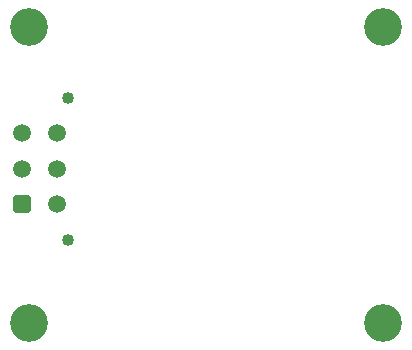
<source format=gbr>
%TF.GenerationSoftware,KiCad,Pcbnew,8.0.4*%
%TF.CreationDate,2024-11-03T19:16:22-06:00*%
%TF.ProjectId,M1 Schematic,4d312053-6368-4656-9d61-7469632e6b69,rev?*%
%TF.SameCoordinates,Original*%
%TF.FileFunction,Soldermask,Bot*%
%TF.FilePolarity,Negative*%
%FSLAX46Y46*%
G04 Gerber Fmt 4.6, Leading zero omitted, Abs format (unit mm)*
G04 Created by KiCad (PCBNEW 8.0.4) date 2024-11-03 19:16:22*
%MOMM*%
%LPD*%
G01*
G04 APERTURE LIST*
G04 Aperture macros list*
%AMRoundRect*
0 Rectangle with rounded corners*
0 $1 Rounding radius*
0 $2 $3 $4 $5 $6 $7 $8 $9 X,Y pos of 4 corners*
0 Add a 4 corners polygon primitive as box body*
4,1,4,$2,$3,$4,$5,$6,$7,$8,$9,$2,$3,0*
0 Add four circle primitives for the rounded corners*
1,1,$1+$1,$2,$3*
1,1,$1+$1,$4,$5*
1,1,$1+$1,$6,$7*
1,1,$1+$1,$8,$9*
0 Add four rect primitives between the rounded corners*
20,1,$1+$1,$2,$3,$4,$5,0*
20,1,$1+$1,$4,$5,$6,$7,0*
20,1,$1+$1,$6,$7,$8,$9,0*
20,1,$1+$1,$8,$9,$2,$3,0*%
G04 Aperture macros list end*
%ADD10C,3.200000*%
%ADD11C,1.020000*%
%ADD12RoundRect,0.250001X0.499999X-0.499999X0.499999X0.499999X-0.499999X0.499999X-0.499999X-0.499999X0*%
%ADD13C,1.500000*%
G04 APERTURE END LIST*
D10*
%TO.C,REF\u002A\u002A*%
X142240000Y-81280000D03*
%TD*%
%TO.C,REF\u002A\u002A*%
X172240000Y-106280000D03*
%TD*%
%TO.C,REF\u002A\u002A*%
X142240000Y-106280000D03*
%TD*%
%TO.C,REF\u002A\u002A*%
X172240000Y-81280000D03*
%TD*%
D11*
%TO.C,J1*%
X145570000Y-99230000D03*
X145570000Y-87230000D03*
D12*
X141630000Y-96230000D03*
D13*
X141630000Y-93230000D03*
X141630000Y-90230000D03*
X144630000Y-96230000D03*
X144630000Y-93230000D03*
X144630000Y-90230000D03*
%TD*%
M02*

</source>
